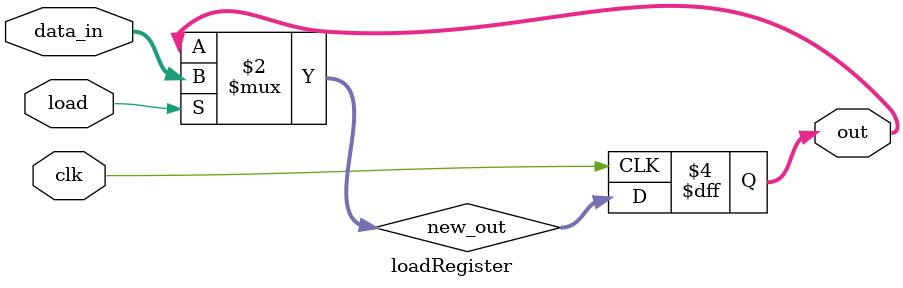
<source format=sv>
module regfile(data_in,writenum,write,readnum,clk,data_out);

input[15:0] data_in; 
input[2:0] writenum, readnum;
input write, clk; 
output[15:0] data_out; 
//fill out the rest 

wire[15:0] R0,R1,R2,R3,R4,R5,R6,R7;
wire load0,load1,load2,load3,load4,load5,load6,load7;

wire[7:0] writenumdecoded;
wire[7:0] readnumdecoded;

decoder decodewritenum(writenum,writenumdecoded);
decoder decodereadnum(readnum,readnumdecoded); 

//check which register to be updated
assign load0 = (write && writenumdecoded[0])? 1'b1 : 1'b0;
assign load1 = (write && writenumdecoded[1])? 1'b1 : 1'b0;
assign load2 = (write && writenumdecoded[2])? 1'b1 : 1'b0;
assign load3 = (write && writenumdecoded[3])? 1'b1 : 1'b0;
assign load4 = (write && writenumdecoded[4])? 1'b1 : 1'b0;
assign load5 = (write && writenumdecoded[5])? 1'b1 : 1'b0;
assign load6 = (write && writenumdecoded[6])? 1'b1 : 1'b0;
assign load7 = (write && writenumdecoded[7])? 1'b1 : 1'b0;

//updates the register with load that is 1
loadRegister register0(clk, R0, load0, data_in);
loadRegister register1(clk, R1, load1, data_in);
loadRegister register2(clk, R2, load2, data_in);
loadRegister register3(clk, R3, load3, data_in);
loadRegister register4(clk, R4, load4, data_in);
loadRegister register5(clk, R5, load5, data_in);
loadRegister register6(clk, R6, load6, data_in);
loadRegister register7(clk, R7, load7, data_in);

//select the register to read from and update data_out
muxSwitch updateDataOut(R0,R1,R2,R3,R4,R5,R6,R7,readnumdecoded,data_out);
endmodule

//decoder 3:8 usable for read and write
module decoder(threeBits, eightOneHot);

//3 bit binary input
input [2:0] threeBits;
//8 bit one hot output
output [7:0] eightOneHot;

//shifts the placement of 1 according to value of input
assign eightOneHot = 1 << threeBits;
endmodule

//mux switch for data_out
module muxSwitch(r0,r1,r2,r3,r4,r5,r6,r7,eightOneHotSelect,out);

input[15:0] r0,r1,r2,r3,r4,r5,r6,r7;
input [7:0] eightOneHotSelect;
output [15:0] out;
reg[15:0] out; 

always @(*) begin
    case(eightOneHotSelect)
        8'b00000001: out = r0;
        8'b00000010: out = r1; 
        8'b00000100: out = r2;
        8'b00001000: out = r3;
        8'b00010000: out = r4;
        8'b00100000: out = r5;
        8'b01000000: out = r6;
        8'b10000000: out = r7;
        default: out = 16'bxxxxxxxxxxxxxxxx;
    endcase
end

endmodule 

//updates the register values with either data_in or old out depending on load 
module loadRegister(clk, out, load, data_in);

input clk, load; 
input [15:0] data_in; 
output [15:0] out; 
wire[15:0] new_out; 
reg[15:0] out;

//checks if load is 1. If 1, register is updated, else stays same
assign new_out = (load == 1'b1)? data_in : out; 

//updates register value at rising edge
always @(posedge clk) begin
    out = new_out; 
end

endmodule 
</source>
